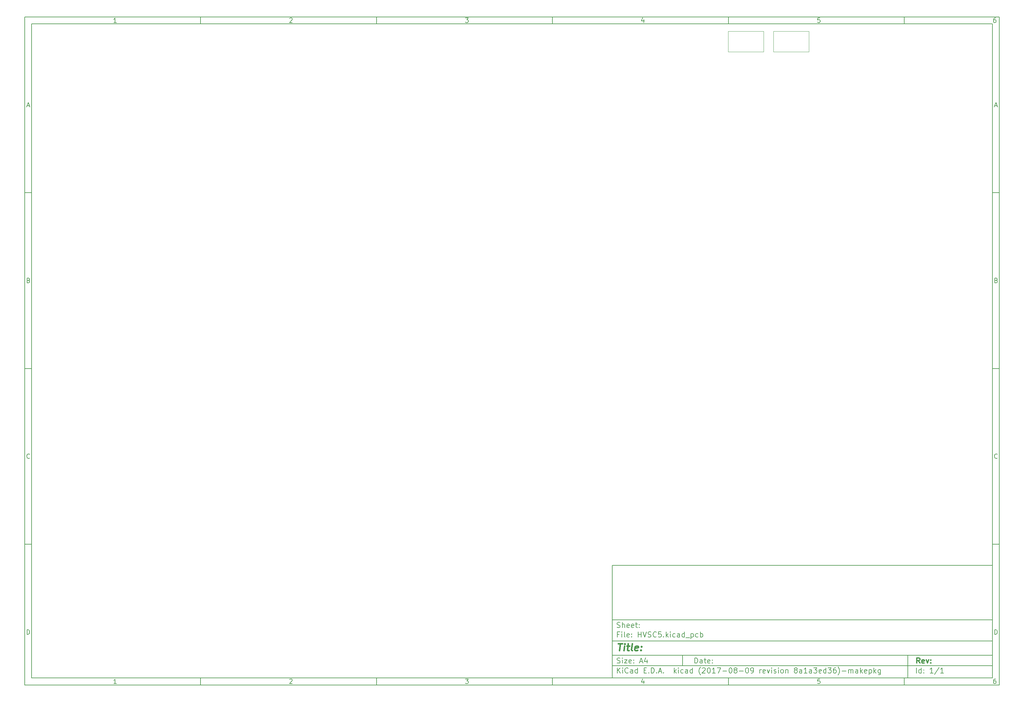
<source format=gbr>
G04 #@! TF.GenerationSoftware,KiCad,Pcbnew,(2017-08-09 revision 8a1a3ed36)-makepkg*
G04 #@! TF.CreationDate,2018-07-19T13:50:02+02:00*
G04 #@! TF.ProjectId,HVSC5,48565343352E6B696361645F70636200,rev?*
G04 #@! TF.SameCoordinates,Original*
G04 #@! TF.FileFunction,Other,User*
%FSLAX46Y46*%
G04 Gerber Fmt 4.6, Leading zero omitted, Abs format (unit mm)*
G04 Created by KiCad (PCBNEW (2017-08-09 revision 8a1a3ed36)-makepkg) date 07/19/18 13:50:02*
%MOMM*%
%LPD*%
G01*
G04 APERTURE LIST*
%ADD10C,0.100000*%
%ADD11C,0.150000*%
%ADD12C,0.300000*%
%ADD13C,0.400000*%
%ADD14C,0.050000*%
G04 APERTURE END LIST*
D10*
D11*
X177002200Y-166007200D02*
X177002200Y-198007200D01*
X285002200Y-198007200D01*
X285002200Y-166007200D01*
X177002200Y-166007200D01*
D10*
D11*
X10000000Y-10000000D02*
X10000000Y-200007200D01*
X287002200Y-200007200D01*
X287002200Y-10000000D01*
X10000000Y-10000000D01*
D10*
D11*
X12000000Y-12000000D02*
X12000000Y-198007200D01*
X285002200Y-198007200D01*
X285002200Y-12000000D01*
X12000000Y-12000000D01*
D10*
D11*
X60000000Y-12000000D02*
X60000000Y-10000000D01*
D10*
D11*
X110000000Y-12000000D02*
X110000000Y-10000000D01*
D10*
D11*
X160000000Y-12000000D02*
X160000000Y-10000000D01*
D10*
D11*
X210000000Y-12000000D02*
X210000000Y-10000000D01*
D10*
D11*
X260000000Y-12000000D02*
X260000000Y-10000000D01*
D10*
D11*
X36065476Y-11588095D02*
X35322619Y-11588095D01*
X35694047Y-11588095D02*
X35694047Y-10288095D01*
X35570238Y-10473809D01*
X35446428Y-10597619D01*
X35322619Y-10659523D01*
D10*
D11*
X85322619Y-10411904D02*
X85384523Y-10350000D01*
X85508333Y-10288095D01*
X85817857Y-10288095D01*
X85941666Y-10350000D01*
X86003571Y-10411904D01*
X86065476Y-10535714D01*
X86065476Y-10659523D01*
X86003571Y-10845238D01*
X85260714Y-11588095D01*
X86065476Y-11588095D01*
D10*
D11*
X135260714Y-10288095D02*
X136065476Y-10288095D01*
X135632142Y-10783333D01*
X135817857Y-10783333D01*
X135941666Y-10845238D01*
X136003571Y-10907142D01*
X136065476Y-11030952D01*
X136065476Y-11340476D01*
X136003571Y-11464285D01*
X135941666Y-11526190D01*
X135817857Y-11588095D01*
X135446428Y-11588095D01*
X135322619Y-11526190D01*
X135260714Y-11464285D01*
D10*
D11*
X185941666Y-10721428D02*
X185941666Y-11588095D01*
X185632142Y-10226190D02*
X185322619Y-11154761D01*
X186127380Y-11154761D01*
D10*
D11*
X236003571Y-10288095D02*
X235384523Y-10288095D01*
X235322619Y-10907142D01*
X235384523Y-10845238D01*
X235508333Y-10783333D01*
X235817857Y-10783333D01*
X235941666Y-10845238D01*
X236003571Y-10907142D01*
X236065476Y-11030952D01*
X236065476Y-11340476D01*
X236003571Y-11464285D01*
X235941666Y-11526190D01*
X235817857Y-11588095D01*
X235508333Y-11588095D01*
X235384523Y-11526190D01*
X235322619Y-11464285D01*
D10*
D11*
X285941666Y-10288095D02*
X285694047Y-10288095D01*
X285570238Y-10350000D01*
X285508333Y-10411904D01*
X285384523Y-10597619D01*
X285322619Y-10845238D01*
X285322619Y-11340476D01*
X285384523Y-11464285D01*
X285446428Y-11526190D01*
X285570238Y-11588095D01*
X285817857Y-11588095D01*
X285941666Y-11526190D01*
X286003571Y-11464285D01*
X286065476Y-11340476D01*
X286065476Y-11030952D01*
X286003571Y-10907142D01*
X285941666Y-10845238D01*
X285817857Y-10783333D01*
X285570238Y-10783333D01*
X285446428Y-10845238D01*
X285384523Y-10907142D01*
X285322619Y-11030952D01*
D10*
D11*
X60000000Y-198007200D02*
X60000000Y-200007200D01*
D10*
D11*
X110000000Y-198007200D02*
X110000000Y-200007200D01*
D10*
D11*
X160000000Y-198007200D02*
X160000000Y-200007200D01*
D10*
D11*
X210000000Y-198007200D02*
X210000000Y-200007200D01*
D10*
D11*
X260000000Y-198007200D02*
X260000000Y-200007200D01*
D10*
D11*
X36065476Y-199595295D02*
X35322619Y-199595295D01*
X35694047Y-199595295D02*
X35694047Y-198295295D01*
X35570238Y-198481009D01*
X35446428Y-198604819D01*
X35322619Y-198666723D01*
D10*
D11*
X85322619Y-198419104D02*
X85384523Y-198357200D01*
X85508333Y-198295295D01*
X85817857Y-198295295D01*
X85941666Y-198357200D01*
X86003571Y-198419104D01*
X86065476Y-198542914D01*
X86065476Y-198666723D01*
X86003571Y-198852438D01*
X85260714Y-199595295D01*
X86065476Y-199595295D01*
D10*
D11*
X135260714Y-198295295D02*
X136065476Y-198295295D01*
X135632142Y-198790533D01*
X135817857Y-198790533D01*
X135941666Y-198852438D01*
X136003571Y-198914342D01*
X136065476Y-199038152D01*
X136065476Y-199347676D01*
X136003571Y-199471485D01*
X135941666Y-199533390D01*
X135817857Y-199595295D01*
X135446428Y-199595295D01*
X135322619Y-199533390D01*
X135260714Y-199471485D01*
D10*
D11*
X185941666Y-198728628D02*
X185941666Y-199595295D01*
X185632142Y-198233390D02*
X185322619Y-199161961D01*
X186127380Y-199161961D01*
D10*
D11*
X236003571Y-198295295D02*
X235384523Y-198295295D01*
X235322619Y-198914342D01*
X235384523Y-198852438D01*
X235508333Y-198790533D01*
X235817857Y-198790533D01*
X235941666Y-198852438D01*
X236003571Y-198914342D01*
X236065476Y-199038152D01*
X236065476Y-199347676D01*
X236003571Y-199471485D01*
X235941666Y-199533390D01*
X235817857Y-199595295D01*
X235508333Y-199595295D01*
X235384523Y-199533390D01*
X235322619Y-199471485D01*
D10*
D11*
X285941666Y-198295295D02*
X285694047Y-198295295D01*
X285570238Y-198357200D01*
X285508333Y-198419104D01*
X285384523Y-198604819D01*
X285322619Y-198852438D01*
X285322619Y-199347676D01*
X285384523Y-199471485D01*
X285446428Y-199533390D01*
X285570238Y-199595295D01*
X285817857Y-199595295D01*
X285941666Y-199533390D01*
X286003571Y-199471485D01*
X286065476Y-199347676D01*
X286065476Y-199038152D01*
X286003571Y-198914342D01*
X285941666Y-198852438D01*
X285817857Y-198790533D01*
X285570238Y-198790533D01*
X285446428Y-198852438D01*
X285384523Y-198914342D01*
X285322619Y-199038152D01*
D10*
D11*
X10000000Y-60000000D02*
X12000000Y-60000000D01*
D10*
D11*
X10000000Y-110000000D02*
X12000000Y-110000000D01*
D10*
D11*
X10000000Y-160000000D02*
X12000000Y-160000000D01*
D10*
D11*
X10690476Y-35216666D02*
X11309523Y-35216666D01*
X10566666Y-35588095D02*
X11000000Y-34288095D01*
X11433333Y-35588095D01*
D10*
D11*
X11092857Y-84907142D02*
X11278571Y-84969047D01*
X11340476Y-85030952D01*
X11402380Y-85154761D01*
X11402380Y-85340476D01*
X11340476Y-85464285D01*
X11278571Y-85526190D01*
X11154761Y-85588095D01*
X10659523Y-85588095D01*
X10659523Y-84288095D01*
X11092857Y-84288095D01*
X11216666Y-84350000D01*
X11278571Y-84411904D01*
X11340476Y-84535714D01*
X11340476Y-84659523D01*
X11278571Y-84783333D01*
X11216666Y-84845238D01*
X11092857Y-84907142D01*
X10659523Y-84907142D01*
D10*
D11*
X11402380Y-135464285D02*
X11340476Y-135526190D01*
X11154761Y-135588095D01*
X11030952Y-135588095D01*
X10845238Y-135526190D01*
X10721428Y-135402380D01*
X10659523Y-135278571D01*
X10597619Y-135030952D01*
X10597619Y-134845238D01*
X10659523Y-134597619D01*
X10721428Y-134473809D01*
X10845238Y-134350000D01*
X11030952Y-134288095D01*
X11154761Y-134288095D01*
X11340476Y-134350000D01*
X11402380Y-134411904D01*
D10*
D11*
X10659523Y-185588095D02*
X10659523Y-184288095D01*
X10969047Y-184288095D01*
X11154761Y-184350000D01*
X11278571Y-184473809D01*
X11340476Y-184597619D01*
X11402380Y-184845238D01*
X11402380Y-185030952D01*
X11340476Y-185278571D01*
X11278571Y-185402380D01*
X11154761Y-185526190D01*
X10969047Y-185588095D01*
X10659523Y-185588095D01*
D10*
D11*
X287002200Y-60000000D02*
X285002200Y-60000000D01*
D10*
D11*
X287002200Y-110000000D02*
X285002200Y-110000000D01*
D10*
D11*
X287002200Y-160000000D02*
X285002200Y-160000000D01*
D10*
D11*
X285692676Y-35216666D02*
X286311723Y-35216666D01*
X285568866Y-35588095D02*
X286002200Y-34288095D01*
X286435533Y-35588095D01*
D10*
D11*
X286095057Y-84907142D02*
X286280771Y-84969047D01*
X286342676Y-85030952D01*
X286404580Y-85154761D01*
X286404580Y-85340476D01*
X286342676Y-85464285D01*
X286280771Y-85526190D01*
X286156961Y-85588095D01*
X285661723Y-85588095D01*
X285661723Y-84288095D01*
X286095057Y-84288095D01*
X286218866Y-84350000D01*
X286280771Y-84411904D01*
X286342676Y-84535714D01*
X286342676Y-84659523D01*
X286280771Y-84783333D01*
X286218866Y-84845238D01*
X286095057Y-84907142D01*
X285661723Y-84907142D01*
D10*
D11*
X286404580Y-135464285D02*
X286342676Y-135526190D01*
X286156961Y-135588095D01*
X286033152Y-135588095D01*
X285847438Y-135526190D01*
X285723628Y-135402380D01*
X285661723Y-135278571D01*
X285599819Y-135030952D01*
X285599819Y-134845238D01*
X285661723Y-134597619D01*
X285723628Y-134473809D01*
X285847438Y-134350000D01*
X286033152Y-134288095D01*
X286156961Y-134288095D01*
X286342676Y-134350000D01*
X286404580Y-134411904D01*
D10*
D11*
X285661723Y-185588095D02*
X285661723Y-184288095D01*
X285971247Y-184288095D01*
X286156961Y-184350000D01*
X286280771Y-184473809D01*
X286342676Y-184597619D01*
X286404580Y-184845238D01*
X286404580Y-185030952D01*
X286342676Y-185278571D01*
X286280771Y-185402380D01*
X286156961Y-185526190D01*
X285971247Y-185588095D01*
X285661723Y-185588095D01*
D10*
D11*
X200434342Y-193785771D02*
X200434342Y-192285771D01*
X200791485Y-192285771D01*
X201005771Y-192357200D01*
X201148628Y-192500057D01*
X201220057Y-192642914D01*
X201291485Y-192928628D01*
X201291485Y-193142914D01*
X201220057Y-193428628D01*
X201148628Y-193571485D01*
X201005771Y-193714342D01*
X200791485Y-193785771D01*
X200434342Y-193785771D01*
X202577200Y-193785771D02*
X202577200Y-193000057D01*
X202505771Y-192857200D01*
X202362914Y-192785771D01*
X202077200Y-192785771D01*
X201934342Y-192857200D01*
X202577200Y-193714342D02*
X202434342Y-193785771D01*
X202077200Y-193785771D01*
X201934342Y-193714342D01*
X201862914Y-193571485D01*
X201862914Y-193428628D01*
X201934342Y-193285771D01*
X202077200Y-193214342D01*
X202434342Y-193214342D01*
X202577200Y-193142914D01*
X203077200Y-192785771D02*
X203648628Y-192785771D01*
X203291485Y-192285771D02*
X203291485Y-193571485D01*
X203362914Y-193714342D01*
X203505771Y-193785771D01*
X203648628Y-193785771D01*
X204720057Y-193714342D02*
X204577200Y-193785771D01*
X204291485Y-193785771D01*
X204148628Y-193714342D01*
X204077200Y-193571485D01*
X204077200Y-193000057D01*
X204148628Y-192857200D01*
X204291485Y-192785771D01*
X204577200Y-192785771D01*
X204720057Y-192857200D01*
X204791485Y-193000057D01*
X204791485Y-193142914D01*
X204077200Y-193285771D01*
X205434342Y-193642914D02*
X205505771Y-193714342D01*
X205434342Y-193785771D01*
X205362914Y-193714342D01*
X205434342Y-193642914D01*
X205434342Y-193785771D01*
X205434342Y-192857200D02*
X205505771Y-192928628D01*
X205434342Y-193000057D01*
X205362914Y-192928628D01*
X205434342Y-192857200D01*
X205434342Y-193000057D01*
D10*
D11*
X177002200Y-194507200D02*
X285002200Y-194507200D01*
D10*
D11*
X178434342Y-196585771D02*
X178434342Y-195085771D01*
X179291485Y-196585771D02*
X178648628Y-195728628D01*
X179291485Y-195085771D02*
X178434342Y-195942914D01*
X179934342Y-196585771D02*
X179934342Y-195585771D01*
X179934342Y-195085771D02*
X179862914Y-195157200D01*
X179934342Y-195228628D01*
X180005771Y-195157200D01*
X179934342Y-195085771D01*
X179934342Y-195228628D01*
X181505771Y-196442914D02*
X181434342Y-196514342D01*
X181220057Y-196585771D01*
X181077200Y-196585771D01*
X180862914Y-196514342D01*
X180720057Y-196371485D01*
X180648628Y-196228628D01*
X180577200Y-195942914D01*
X180577200Y-195728628D01*
X180648628Y-195442914D01*
X180720057Y-195300057D01*
X180862914Y-195157200D01*
X181077200Y-195085771D01*
X181220057Y-195085771D01*
X181434342Y-195157200D01*
X181505771Y-195228628D01*
X182791485Y-196585771D02*
X182791485Y-195800057D01*
X182720057Y-195657200D01*
X182577200Y-195585771D01*
X182291485Y-195585771D01*
X182148628Y-195657200D01*
X182791485Y-196514342D02*
X182648628Y-196585771D01*
X182291485Y-196585771D01*
X182148628Y-196514342D01*
X182077200Y-196371485D01*
X182077200Y-196228628D01*
X182148628Y-196085771D01*
X182291485Y-196014342D01*
X182648628Y-196014342D01*
X182791485Y-195942914D01*
X184148628Y-196585771D02*
X184148628Y-195085771D01*
X184148628Y-196514342D02*
X184005771Y-196585771D01*
X183720057Y-196585771D01*
X183577200Y-196514342D01*
X183505771Y-196442914D01*
X183434342Y-196300057D01*
X183434342Y-195871485D01*
X183505771Y-195728628D01*
X183577200Y-195657200D01*
X183720057Y-195585771D01*
X184005771Y-195585771D01*
X184148628Y-195657200D01*
X186005771Y-195800057D02*
X186505771Y-195800057D01*
X186720057Y-196585771D02*
X186005771Y-196585771D01*
X186005771Y-195085771D01*
X186720057Y-195085771D01*
X187362914Y-196442914D02*
X187434342Y-196514342D01*
X187362914Y-196585771D01*
X187291485Y-196514342D01*
X187362914Y-196442914D01*
X187362914Y-196585771D01*
X188077200Y-196585771D02*
X188077200Y-195085771D01*
X188434342Y-195085771D01*
X188648628Y-195157200D01*
X188791485Y-195300057D01*
X188862914Y-195442914D01*
X188934342Y-195728628D01*
X188934342Y-195942914D01*
X188862914Y-196228628D01*
X188791485Y-196371485D01*
X188648628Y-196514342D01*
X188434342Y-196585771D01*
X188077200Y-196585771D01*
X189577200Y-196442914D02*
X189648628Y-196514342D01*
X189577200Y-196585771D01*
X189505771Y-196514342D01*
X189577200Y-196442914D01*
X189577200Y-196585771D01*
X190220057Y-196157200D02*
X190934342Y-196157200D01*
X190077200Y-196585771D02*
X190577200Y-195085771D01*
X191077200Y-196585771D01*
X191577200Y-196442914D02*
X191648628Y-196514342D01*
X191577200Y-196585771D01*
X191505771Y-196514342D01*
X191577200Y-196442914D01*
X191577200Y-196585771D01*
X194577200Y-196585771D02*
X194577200Y-195085771D01*
X194720057Y-196014342D02*
X195148628Y-196585771D01*
X195148628Y-195585771D02*
X194577200Y-196157200D01*
X195791485Y-196585771D02*
X195791485Y-195585771D01*
X195791485Y-195085771D02*
X195720057Y-195157200D01*
X195791485Y-195228628D01*
X195862914Y-195157200D01*
X195791485Y-195085771D01*
X195791485Y-195228628D01*
X197148628Y-196514342D02*
X197005771Y-196585771D01*
X196720057Y-196585771D01*
X196577200Y-196514342D01*
X196505771Y-196442914D01*
X196434342Y-196300057D01*
X196434342Y-195871485D01*
X196505771Y-195728628D01*
X196577200Y-195657200D01*
X196720057Y-195585771D01*
X197005771Y-195585771D01*
X197148628Y-195657200D01*
X198434342Y-196585771D02*
X198434342Y-195800057D01*
X198362914Y-195657200D01*
X198220057Y-195585771D01*
X197934342Y-195585771D01*
X197791485Y-195657200D01*
X198434342Y-196514342D02*
X198291485Y-196585771D01*
X197934342Y-196585771D01*
X197791485Y-196514342D01*
X197720057Y-196371485D01*
X197720057Y-196228628D01*
X197791485Y-196085771D01*
X197934342Y-196014342D01*
X198291485Y-196014342D01*
X198434342Y-195942914D01*
X199791485Y-196585771D02*
X199791485Y-195085771D01*
X199791485Y-196514342D02*
X199648628Y-196585771D01*
X199362914Y-196585771D01*
X199220057Y-196514342D01*
X199148628Y-196442914D01*
X199077200Y-196300057D01*
X199077200Y-195871485D01*
X199148628Y-195728628D01*
X199220057Y-195657200D01*
X199362914Y-195585771D01*
X199648628Y-195585771D01*
X199791485Y-195657200D01*
X202077200Y-197157200D02*
X202005771Y-197085771D01*
X201862914Y-196871485D01*
X201791485Y-196728628D01*
X201720057Y-196514342D01*
X201648628Y-196157200D01*
X201648628Y-195871485D01*
X201720057Y-195514342D01*
X201791485Y-195300057D01*
X201862914Y-195157200D01*
X202005771Y-194942914D01*
X202077200Y-194871485D01*
X202577200Y-195228628D02*
X202648628Y-195157200D01*
X202791485Y-195085771D01*
X203148628Y-195085771D01*
X203291485Y-195157200D01*
X203362914Y-195228628D01*
X203434342Y-195371485D01*
X203434342Y-195514342D01*
X203362914Y-195728628D01*
X202505771Y-196585771D01*
X203434342Y-196585771D01*
X204362914Y-195085771D02*
X204505771Y-195085771D01*
X204648628Y-195157200D01*
X204720057Y-195228628D01*
X204791485Y-195371485D01*
X204862914Y-195657200D01*
X204862914Y-196014342D01*
X204791485Y-196300057D01*
X204720057Y-196442914D01*
X204648628Y-196514342D01*
X204505771Y-196585771D01*
X204362914Y-196585771D01*
X204220057Y-196514342D01*
X204148628Y-196442914D01*
X204077200Y-196300057D01*
X204005771Y-196014342D01*
X204005771Y-195657200D01*
X204077200Y-195371485D01*
X204148628Y-195228628D01*
X204220057Y-195157200D01*
X204362914Y-195085771D01*
X206291485Y-196585771D02*
X205434342Y-196585771D01*
X205862914Y-196585771D02*
X205862914Y-195085771D01*
X205720057Y-195300057D01*
X205577200Y-195442914D01*
X205434342Y-195514342D01*
X206791485Y-195085771D02*
X207791485Y-195085771D01*
X207148628Y-196585771D01*
X208362914Y-196014342D02*
X209505771Y-196014342D01*
X210505771Y-195085771D02*
X210648628Y-195085771D01*
X210791485Y-195157200D01*
X210862914Y-195228628D01*
X210934342Y-195371485D01*
X211005771Y-195657200D01*
X211005771Y-196014342D01*
X210934342Y-196300057D01*
X210862914Y-196442914D01*
X210791485Y-196514342D01*
X210648628Y-196585771D01*
X210505771Y-196585771D01*
X210362914Y-196514342D01*
X210291485Y-196442914D01*
X210220057Y-196300057D01*
X210148628Y-196014342D01*
X210148628Y-195657200D01*
X210220057Y-195371485D01*
X210291485Y-195228628D01*
X210362914Y-195157200D01*
X210505771Y-195085771D01*
X211862914Y-195728628D02*
X211720057Y-195657200D01*
X211648628Y-195585771D01*
X211577200Y-195442914D01*
X211577200Y-195371485D01*
X211648628Y-195228628D01*
X211720057Y-195157200D01*
X211862914Y-195085771D01*
X212148628Y-195085771D01*
X212291485Y-195157200D01*
X212362914Y-195228628D01*
X212434342Y-195371485D01*
X212434342Y-195442914D01*
X212362914Y-195585771D01*
X212291485Y-195657200D01*
X212148628Y-195728628D01*
X211862914Y-195728628D01*
X211720057Y-195800057D01*
X211648628Y-195871485D01*
X211577200Y-196014342D01*
X211577200Y-196300057D01*
X211648628Y-196442914D01*
X211720057Y-196514342D01*
X211862914Y-196585771D01*
X212148628Y-196585771D01*
X212291485Y-196514342D01*
X212362914Y-196442914D01*
X212434342Y-196300057D01*
X212434342Y-196014342D01*
X212362914Y-195871485D01*
X212291485Y-195800057D01*
X212148628Y-195728628D01*
X213077200Y-196014342D02*
X214220057Y-196014342D01*
X215220057Y-195085771D02*
X215362914Y-195085771D01*
X215505771Y-195157200D01*
X215577200Y-195228628D01*
X215648628Y-195371485D01*
X215720057Y-195657200D01*
X215720057Y-196014342D01*
X215648628Y-196300057D01*
X215577200Y-196442914D01*
X215505771Y-196514342D01*
X215362914Y-196585771D01*
X215220057Y-196585771D01*
X215077200Y-196514342D01*
X215005771Y-196442914D01*
X214934342Y-196300057D01*
X214862914Y-196014342D01*
X214862914Y-195657200D01*
X214934342Y-195371485D01*
X215005771Y-195228628D01*
X215077200Y-195157200D01*
X215220057Y-195085771D01*
X216434342Y-196585771D02*
X216720057Y-196585771D01*
X216862914Y-196514342D01*
X216934342Y-196442914D01*
X217077200Y-196228628D01*
X217148628Y-195942914D01*
X217148628Y-195371485D01*
X217077200Y-195228628D01*
X217005771Y-195157200D01*
X216862914Y-195085771D01*
X216577200Y-195085771D01*
X216434342Y-195157200D01*
X216362914Y-195228628D01*
X216291485Y-195371485D01*
X216291485Y-195728628D01*
X216362914Y-195871485D01*
X216434342Y-195942914D01*
X216577200Y-196014342D01*
X216862914Y-196014342D01*
X217005771Y-195942914D01*
X217077200Y-195871485D01*
X217148628Y-195728628D01*
X218934342Y-196585771D02*
X218934342Y-195585771D01*
X218934342Y-195871485D02*
X219005771Y-195728628D01*
X219077200Y-195657200D01*
X219220057Y-195585771D01*
X219362914Y-195585771D01*
X220434342Y-196514342D02*
X220291485Y-196585771D01*
X220005771Y-196585771D01*
X219862914Y-196514342D01*
X219791485Y-196371485D01*
X219791485Y-195800057D01*
X219862914Y-195657200D01*
X220005771Y-195585771D01*
X220291485Y-195585771D01*
X220434342Y-195657200D01*
X220505771Y-195800057D01*
X220505771Y-195942914D01*
X219791485Y-196085771D01*
X221005771Y-195585771D02*
X221362914Y-196585771D01*
X221720057Y-195585771D01*
X222291485Y-196585771D02*
X222291485Y-195585771D01*
X222291485Y-195085771D02*
X222220057Y-195157200D01*
X222291485Y-195228628D01*
X222362914Y-195157200D01*
X222291485Y-195085771D01*
X222291485Y-195228628D01*
X222934342Y-196514342D02*
X223077200Y-196585771D01*
X223362914Y-196585771D01*
X223505771Y-196514342D01*
X223577200Y-196371485D01*
X223577200Y-196300057D01*
X223505771Y-196157200D01*
X223362914Y-196085771D01*
X223148628Y-196085771D01*
X223005771Y-196014342D01*
X222934342Y-195871485D01*
X222934342Y-195800057D01*
X223005771Y-195657200D01*
X223148628Y-195585771D01*
X223362914Y-195585771D01*
X223505771Y-195657200D01*
X224220057Y-196585771D02*
X224220057Y-195585771D01*
X224220057Y-195085771D02*
X224148628Y-195157200D01*
X224220057Y-195228628D01*
X224291485Y-195157200D01*
X224220057Y-195085771D01*
X224220057Y-195228628D01*
X225148628Y-196585771D02*
X225005771Y-196514342D01*
X224934342Y-196442914D01*
X224862914Y-196300057D01*
X224862914Y-195871485D01*
X224934342Y-195728628D01*
X225005771Y-195657200D01*
X225148628Y-195585771D01*
X225362914Y-195585771D01*
X225505771Y-195657200D01*
X225577200Y-195728628D01*
X225648628Y-195871485D01*
X225648628Y-196300057D01*
X225577200Y-196442914D01*
X225505771Y-196514342D01*
X225362914Y-196585771D01*
X225148628Y-196585771D01*
X226291485Y-195585771D02*
X226291485Y-196585771D01*
X226291485Y-195728628D02*
X226362914Y-195657200D01*
X226505771Y-195585771D01*
X226720057Y-195585771D01*
X226862914Y-195657200D01*
X226934342Y-195800057D01*
X226934342Y-196585771D01*
X229005771Y-195728628D02*
X228862914Y-195657200D01*
X228791485Y-195585771D01*
X228720057Y-195442914D01*
X228720057Y-195371485D01*
X228791485Y-195228628D01*
X228862914Y-195157200D01*
X229005771Y-195085771D01*
X229291485Y-195085771D01*
X229434342Y-195157200D01*
X229505771Y-195228628D01*
X229577200Y-195371485D01*
X229577200Y-195442914D01*
X229505771Y-195585771D01*
X229434342Y-195657200D01*
X229291485Y-195728628D01*
X229005771Y-195728628D01*
X228862914Y-195800057D01*
X228791485Y-195871485D01*
X228720057Y-196014342D01*
X228720057Y-196300057D01*
X228791485Y-196442914D01*
X228862914Y-196514342D01*
X229005771Y-196585771D01*
X229291485Y-196585771D01*
X229434342Y-196514342D01*
X229505771Y-196442914D01*
X229577200Y-196300057D01*
X229577200Y-196014342D01*
X229505771Y-195871485D01*
X229434342Y-195800057D01*
X229291485Y-195728628D01*
X230862914Y-196585771D02*
X230862914Y-195800057D01*
X230791485Y-195657200D01*
X230648628Y-195585771D01*
X230362914Y-195585771D01*
X230220057Y-195657200D01*
X230862914Y-196514342D02*
X230720057Y-196585771D01*
X230362914Y-196585771D01*
X230220057Y-196514342D01*
X230148628Y-196371485D01*
X230148628Y-196228628D01*
X230220057Y-196085771D01*
X230362914Y-196014342D01*
X230720057Y-196014342D01*
X230862914Y-195942914D01*
X232362914Y-196585771D02*
X231505771Y-196585771D01*
X231934342Y-196585771D02*
X231934342Y-195085771D01*
X231791485Y-195300057D01*
X231648628Y-195442914D01*
X231505771Y-195514342D01*
X233648628Y-196585771D02*
X233648628Y-195800057D01*
X233577200Y-195657200D01*
X233434342Y-195585771D01*
X233148628Y-195585771D01*
X233005771Y-195657200D01*
X233648628Y-196514342D02*
X233505771Y-196585771D01*
X233148628Y-196585771D01*
X233005771Y-196514342D01*
X232934342Y-196371485D01*
X232934342Y-196228628D01*
X233005771Y-196085771D01*
X233148628Y-196014342D01*
X233505771Y-196014342D01*
X233648628Y-195942914D01*
X234220057Y-195085771D02*
X235148628Y-195085771D01*
X234648628Y-195657200D01*
X234862914Y-195657200D01*
X235005771Y-195728628D01*
X235077200Y-195800057D01*
X235148628Y-195942914D01*
X235148628Y-196300057D01*
X235077200Y-196442914D01*
X235005771Y-196514342D01*
X234862914Y-196585771D01*
X234434342Y-196585771D01*
X234291485Y-196514342D01*
X234220057Y-196442914D01*
X236362914Y-196514342D02*
X236220057Y-196585771D01*
X235934342Y-196585771D01*
X235791485Y-196514342D01*
X235720057Y-196371485D01*
X235720057Y-195800057D01*
X235791485Y-195657200D01*
X235934342Y-195585771D01*
X236220057Y-195585771D01*
X236362914Y-195657200D01*
X236434342Y-195800057D01*
X236434342Y-195942914D01*
X235720057Y-196085771D01*
X237720057Y-196585771D02*
X237720057Y-195085771D01*
X237720057Y-196514342D02*
X237577200Y-196585771D01*
X237291485Y-196585771D01*
X237148628Y-196514342D01*
X237077200Y-196442914D01*
X237005771Y-196300057D01*
X237005771Y-195871485D01*
X237077200Y-195728628D01*
X237148628Y-195657200D01*
X237291485Y-195585771D01*
X237577200Y-195585771D01*
X237720057Y-195657200D01*
X238291485Y-195085771D02*
X239220057Y-195085771D01*
X238720057Y-195657200D01*
X238934342Y-195657200D01*
X239077200Y-195728628D01*
X239148628Y-195800057D01*
X239220057Y-195942914D01*
X239220057Y-196300057D01*
X239148628Y-196442914D01*
X239077200Y-196514342D01*
X238934342Y-196585771D01*
X238505771Y-196585771D01*
X238362914Y-196514342D01*
X238291485Y-196442914D01*
X240505771Y-195085771D02*
X240220057Y-195085771D01*
X240077200Y-195157200D01*
X240005771Y-195228628D01*
X239862914Y-195442914D01*
X239791485Y-195728628D01*
X239791485Y-196300057D01*
X239862914Y-196442914D01*
X239934342Y-196514342D01*
X240077200Y-196585771D01*
X240362914Y-196585771D01*
X240505771Y-196514342D01*
X240577200Y-196442914D01*
X240648628Y-196300057D01*
X240648628Y-195942914D01*
X240577200Y-195800057D01*
X240505771Y-195728628D01*
X240362914Y-195657200D01*
X240077200Y-195657200D01*
X239934342Y-195728628D01*
X239862914Y-195800057D01*
X239791485Y-195942914D01*
X241148628Y-197157200D02*
X241220057Y-197085771D01*
X241362914Y-196871485D01*
X241434342Y-196728628D01*
X241505771Y-196514342D01*
X241577199Y-196157200D01*
X241577199Y-195871485D01*
X241505771Y-195514342D01*
X241434342Y-195300057D01*
X241362914Y-195157200D01*
X241220057Y-194942914D01*
X241148628Y-194871485D01*
X242291485Y-196014342D02*
X243434342Y-196014342D01*
X244148628Y-196585771D02*
X244148628Y-195585771D01*
X244148628Y-195728628D02*
X244220057Y-195657200D01*
X244362914Y-195585771D01*
X244577199Y-195585771D01*
X244720057Y-195657200D01*
X244791485Y-195800057D01*
X244791485Y-196585771D01*
X244791485Y-195800057D02*
X244862914Y-195657200D01*
X245005771Y-195585771D01*
X245220057Y-195585771D01*
X245362914Y-195657200D01*
X245434342Y-195800057D01*
X245434342Y-196585771D01*
X246791485Y-196585771D02*
X246791485Y-195800057D01*
X246720057Y-195657200D01*
X246577200Y-195585771D01*
X246291485Y-195585771D01*
X246148628Y-195657200D01*
X246791485Y-196514342D02*
X246648628Y-196585771D01*
X246291485Y-196585771D01*
X246148628Y-196514342D01*
X246077200Y-196371485D01*
X246077200Y-196228628D01*
X246148628Y-196085771D01*
X246291485Y-196014342D01*
X246648628Y-196014342D01*
X246791485Y-195942914D01*
X247505771Y-196585771D02*
X247505771Y-195085771D01*
X247648628Y-196014342D02*
X248077200Y-196585771D01*
X248077200Y-195585771D02*
X247505771Y-196157200D01*
X249291485Y-196514342D02*
X249148628Y-196585771D01*
X248862914Y-196585771D01*
X248720057Y-196514342D01*
X248648628Y-196371485D01*
X248648628Y-195800057D01*
X248720057Y-195657200D01*
X248862914Y-195585771D01*
X249148628Y-195585771D01*
X249291485Y-195657200D01*
X249362914Y-195800057D01*
X249362914Y-195942914D01*
X248648628Y-196085771D01*
X250005771Y-195585771D02*
X250005771Y-197085771D01*
X250005771Y-195657200D02*
X250148628Y-195585771D01*
X250434342Y-195585771D01*
X250577200Y-195657200D01*
X250648628Y-195728628D01*
X250720057Y-195871485D01*
X250720057Y-196300057D01*
X250648628Y-196442914D01*
X250577200Y-196514342D01*
X250434342Y-196585771D01*
X250148628Y-196585771D01*
X250005771Y-196514342D01*
X251362914Y-196585771D02*
X251362914Y-195085771D01*
X251505771Y-196014342D02*
X251934342Y-196585771D01*
X251934342Y-195585771D02*
X251362914Y-196157200D01*
X253220057Y-195585771D02*
X253220057Y-196800057D01*
X253148628Y-196942914D01*
X253077199Y-197014342D01*
X252934342Y-197085771D01*
X252720057Y-197085771D01*
X252577199Y-197014342D01*
X253220057Y-196514342D02*
X253077199Y-196585771D01*
X252791485Y-196585771D01*
X252648628Y-196514342D01*
X252577199Y-196442914D01*
X252505771Y-196300057D01*
X252505771Y-195871485D01*
X252577199Y-195728628D01*
X252648628Y-195657200D01*
X252791485Y-195585771D01*
X253077199Y-195585771D01*
X253220057Y-195657200D01*
D10*
D11*
X177002200Y-191507200D02*
X285002200Y-191507200D01*
D10*
D12*
X264411485Y-193785771D02*
X263911485Y-193071485D01*
X263554342Y-193785771D02*
X263554342Y-192285771D01*
X264125771Y-192285771D01*
X264268628Y-192357200D01*
X264340057Y-192428628D01*
X264411485Y-192571485D01*
X264411485Y-192785771D01*
X264340057Y-192928628D01*
X264268628Y-193000057D01*
X264125771Y-193071485D01*
X263554342Y-193071485D01*
X265625771Y-193714342D02*
X265482914Y-193785771D01*
X265197200Y-193785771D01*
X265054342Y-193714342D01*
X264982914Y-193571485D01*
X264982914Y-193000057D01*
X265054342Y-192857200D01*
X265197200Y-192785771D01*
X265482914Y-192785771D01*
X265625771Y-192857200D01*
X265697200Y-193000057D01*
X265697200Y-193142914D01*
X264982914Y-193285771D01*
X266197200Y-192785771D02*
X266554342Y-193785771D01*
X266911485Y-192785771D01*
X267482914Y-193642914D02*
X267554342Y-193714342D01*
X267482914Y-193785771D01*
X267411485Y-193714342D01*
X267482914Y-193642914D01*
X267482914Y-193785771D01*
X267482914Y-192857200D02*
X267554342Y-192928628D01*
X267482914Y-193000057D01*
X267411485Y-192928628D01*
X267482914Y-192857200D01*
X267482914Y-193000057D01*
D10*
D11*
X178362914Y-193714342D02*
X178577200Y-193785771D01*
X178934342Y-193785771D01*
X179077200Y-193714342D01*
X179148628Y-193642914D01*
X179220057Y-193500057D01*
X179220057Y-193357200D01*
X179148628Y-193214342D01*
X179077200Y-193142914D01*
X178934342Y-193071485D01*
X178648628Y-193000057D01*
X178505771Y-192928628D01*
X178434342Y-192857200D01*
X178362914Y-192714342D01*
X178362914Y-192571485D01*
X178434342Y-192428628D01*
X178505771Y-192357200D01*
X178648628Y-192285771D01*
X179005771Y-192285771D01*
X179220057Y-192357200D01*
X179862914Y-193785771D02*
X179862914Y-192785771D01*
X179862914Y-192285771D02*
X179791485Y-192357200D01*
X179862914Y-192428628D01*
X179934342Y-192357200D01*
X179862914Y-192285771D01*
X179862914Y-192428628D01*
X180434342Y-192785771D02*
X181220057Y-192785771D01*
X180434342Y-193785771D01*
X181220057Y-193785771D01*
X182362914Y-193714342D02*
X182220057Y-193785771D01*
X181934342Y-193785771D01*
X181791485Y-193714342D01*
X181720057Y-193571485D01*
X181720057Y-193000057D01*
X181791485Y-192857200D01*
X181934342Y-192785771D01*
X182220057Y-192785771D01*
X182362914Y-192857200D01*
X182434342Y-193000057D01*
X182434342Y-193142914D01*
X181720057Y-193285771D01*
X183077200Y-193642914D02*
X183148628Y-193714342D01*
X183077200Y-193785771D01*
X183005771Y-193714342D01*
X183077200Y-193642914D01*
X183077200Y-193785771D01*
X183077200Y-192857200D02*
X183148628Y-192928628D01*
X183077200Y-193000057D01*
X183005771Y-192928628D01*
X183077200Y-192857200D01*
X183077200Y-193000057D01*
X184862914Y-193357200D02*
X185577200Y-193357200D01*
X184720057Y-193785771D02*
X185220057Y-192285771D01*
X185720057Y-193785771D01*
X186862914Y-192785771D02*
X186862914Y-193785771D01*
X186505771Y-192214342D02*
X186148628Y-193285771D01*
X187077200Y-193285771D01*
D10*
D11*
X263434342Y-196585771D02*
X263434342Y-195085771D01*
X264791485Y-196585771D02*
X264791485Y-195085771D01*
X264791485Y-196514342D02*
X264648628Y-196585771D01*
X264362914Y-196585771D01*
X264220057Y-196514342D01*
X264148628Y-196442914D01*
X264077200Y-196300057D01*
X264077200Y-195871485D01*
X264148628Y-195728628D01*
X264220057Y-195657200D01*
X264362914Y-195585771D01*
X264648628Y-195585771D01*
X264791485Y-195657200D01*
X265505771Y-196442914D02*
X265577200Y-196514342D01*
X265505771Y-196585771D01*
X265434342Y-196514342D01*
X265505771Y-196442914D01*
X265505771Y-196585771D01*
X265505771Y-195657200D02*
X265577200Y-195728628D01*
X265505771Y-195800057D01*
X265434342Y-195728628D01*
X265505771Y-195657200D01*
X265505771Y-195800057D01*
X268148628Y-196585771D02*
X267291485Y-196585771D01*
X267720057Y-196585771D02*
X267720057Y-195085771D01*
X267577200Y-195300057D01*
X267434342Y-195442914D01*
X267291485Y-195514342D01*
X269862914Y-195014342D02*
X268577200Y-196942914D01*
X271148628Y-196585771D02*
X270291485Y-196585771D01*
X270720057Y-196585771D02*
X270720057Y-195085771D01*
X270577200Y-195300057D01*
X270434342Y-195442914D01*
X270291485Y-195514342D01*
D10*
D11*
X177002200Y-187507200D02*
X285002200Y-187507200D01*
D10*
D13*
X178714580Y-188211961D02*
X179857438Y-188211961D01*
X179036009Y-190211961D02*
X179286009Y-188211961D01*
X180274104Y-190211961D02*
X180440771Y-188878628D01*
X180524104Y-188211961D02*
X180416961Y-188307200D01*
X180500295Y-188402438D01*
X180607438Y-188307200D01*
X180524104Y-188211961D01*
X180500295Y-188402438D01*
X181107438Y-188878628D02*
X181869342Y-188878628D01*
X181476485Y-188211961D02*
X181262200Y-189926247D01*
X181333628Y-190116723D01*
X181512200Y-190211961D01*
X181702676Y-190211961D01*
X182655057Y-190211961D02*
X182476485Y-190116723D01*
X182405057Y-189926247D01*
X182619342Y-188211961D01*
X184190771Y-190116723D02*
X183988390Y-190211961D01*
X183607438Y-190211961D01*
X183428866Y-190116723D01*
X183357438Y-189926247D01*
X183452676Y-189164342D01*
X183571723Y-188973866D01*
X183774104Y-188878628D01*
X184155057Y-188878628D01*
X184333628Y-188973866D01*
X184405057Y-189164342D01*
X184381247Y-189354819D01*
X183405057Y-189545295D01*
X185155057Y-190021485D02*
X185238390Y-190116723D01*
X185131247Y-190211961D01*
X185047914Y-190116723D01*
X185155057Y-190021485D01*
X185131247Y-190211961D01*
X185286009Y-188973866D02*
X185369342Y-189069104D01*
X185262200Y-189164342D01*
X185178866Y-189069104D01*
X185286009Y-188973866D01*
X185262200Y-189164342D01*
D10*
D11*
X178934342Y-185600057D02*
X178434342Y-185600057D01*
X178434342Y-186385771D02*
X178434342Y-184885771D01*
X179148628Y-184885771D01*
X179720057Y-186385771D02*
X179720057Y-185385771D01*
X179720057Y-184885771D02*
X179648628Y-184957200D01*
X179720057Y-185028628D01*
X179791485Y-184957200D01*
X179720057Y-184885771D01*
X179720057Y-185028628D01*
X180648628Y-186385771D02*
X180505771Y-186314342D01*
X180434342Y-186171485D01*
X180434342Y-184885771D01*
X181791485Y-186314342D02*
X181648628Y-186385771D01*
X181362914Y-186385771D01*
X181220057Y-186314342D01*
X181148628Y-186171485D01*
X181148628Y-185600057D01*
X181220057Y-185457200D01*
X181362914Y-185385771D01*
X181648628Y-185385771D01*
X181791485Y-185457200D01*
X181862914Y-185600057D01*
X181862914Y-185742914D01*
X181148628Y-185885771D01*
X182505771Y-186242914D02*
X182577200Y-186314342D01*
X182505771Y-186385771D01*
X182434342Y-186314342D01*
X182505771Y-186242914D01*
X182505771Y-186385771D01*
X182505771Y-185457200D02*
X182577200Y-185528628D01*
X182505771Y-185600057D01*
X182434342Y-185528628D01*
X182505771Y-185457200D01*
X182505771Y-185600057D01*
X184362914Y-186385771D02*
X184362914Y-184885771D01*
X184362914Y-185600057D02*
X185220057Y-185600057D01*
X185220057Y-186385771D02*
X185220057Y-184885771D01*
X185720057Y-184885771D02*
X186220057Y-186385771D01*
X186720057Y-184885771D01*
X187148628Y-186314342D02*
X187362914Y-186385771D01*
X187720057Y-186385771D01*
X187862914Y-186314342D01*
X187934342Y-186242914D01*
X188005771Y-186100057D01*
X188005771Y-185957200D01*
X187934342Y-185814342D01*
X187862914Y-185742914D01*
X187720057Y-185671485D01*
X187434342Y-185600057D01*
X187291485Y-185528628D01*
X187220057Y-185457200D01*
X187148628Y-185314342D01*
X187148628Y-185171485D01*
X187220057Y-185028628D01*
X187291485Y-184957200D01*
X187434342Y-184885771D01*
X187791485Y-184885771D01*
X188005771Y-184957200D01*
X189505771Y-186242914D02*
X189434342Y-186314342D01*
X189220057Y-186385771D01*
X189077200Y-186385771D01*
X188862914Y-186314342D01*
X188720057Y-186171485D01*
X188648628Y-186028628D01*
X188577200Y-185742914D01*
X188577200Y-185528628D01*
X188648628Y-185242914D01*
X188720057Y-185100057D01*
X188862914Y-184957200D01*
X189077200Y-184885771D01*
X189220057Y-184885771D01*
X189434342Y-184957200D01*
X189505771Y-185028628D01*
X190862914Y-184885771D02*
X190148628Y-184885771D01*
X190077200Y-185600057D01*
X190148628Y-185528628D01*
X190291485Y-185457200D01*
X190648628Y-185457200D01*
X190791485Y-185528628D01*
X190862914Y-185600057D01*
X190934342Y-185742914D01*
X190934342Y-186100057D01*
X190862914Y-186242914D01*
X190791485Y-186314342D01*
X190648628Y-186385771D01*
X190291485Y-186385771D01*
X190148628Y-186314342D01*
X190077200Y-186242914D01*
X191577200Y-186242914D02*
X191648628Y-186314342D01*
X191577200Y-186385771D01*
X191505771Y-186314342D01*
X191577200Y-186242914D01*
X191577200Y-186385771D01*
X192291485Y-186385771D02*
X192291485Y-184885771D01*
X192434342Y-185814342D02*
X192862914Y-186385771D01*
X192862914Y-185385771D02*
X192291485Y-185957200D01*
X193505771Y-186385771D02*
X193505771Y-185385771D01*
X193505771Y-184885771D02*
X193434342Y-184957200D01*
X193505771Y-185028628D01*
X193577200Y-184957200D01*
X193505771Y-184885771D01*
X193505771Y-185028628D01*
X194862914Y-186314342D02*
X194720057Y-186385771D01*
X194434342Y-186385771D01*
X194291485Y-186314342D01*
X194220057Y-186242914D01*
X194148628Y-186100057D01*
X194148628Y-185671485D01*
X194220057Y-185528628D01*
X194291485Y-185457200D01*
X194434342Y-185385771D01*
X194720057Y-185385771D01*
X194862914Y-185457200D01*
X196148628Y-186385771D02*
X196148628Y-185600057D01*
X196077200Y-185457200D01*
X195934342Y-185385771D01*
X195648628Y-185385771D01*
X195505771Y-185457200D01*
X196148628Y-186314342D02*
X196005771Y-186385771D01*
X195648628Y-186385771D01*
X195505771Y-186314342D01*
X195434342Y-186171485D01*
X195434342Y-186028628D01*
X195505771Y-185885771D01*
X195648628Y-185814342D01*
X196005771Y-185814342D01*
X196148628Y-185742914D01*
X197505771Y-186385771D02*
X197505771Y-184885771D01*
X197505771Y-186314342D02*
X197362914Y-186385771D01*
X197077200Y-186385771D01*
X196934342Y-186314342D01*
X196862914Y-186242914D01*
X196791485Y-186100057D01*
X196791485Y-185671485D01*
X196862914Y-185528628D01*
X196934342Y-185457200D01*
X197077200Y-185385771D01*
X197362914Y-185385771D01*
X197505771Y-185457200D01*
X197862914Y-186528628D02*
X199005771Y-186528628D01*
X199362914Y-185385771D02*
X199362914Y-186885771D01*
X199362914Y-185457200D02*
X199505771Y-185385771D01*
X199791485Y-185385771D01*
X199934342Y-185457200D01*
X200005771Y-185528628D01*
X200077200Y-185671485D01*
X200077200Y-186100057D01*
X200005771Y-186242914D01*
X199934342Y-186314342D01*
X199791485Y-186385771D01*
X199505771Y-186385771D01*
X199362914Y-186314342D01*
X201362914Y-186314342D02*
X201220057Y-186385771D01*
X200934342Y-186385771D01*
X200791485Y-186314342D01*
X200720057Y-186242914D01*
X200648628Y-186100057D01*
X200648628Y-185671485D01*
X200720057Y-185528628D01*
X200791485Y-185457200D01*
X200934342Y-185385771D01*
X201220057Y-185385771D01*
X201362914Y-185457200D01*
X202005771Y-186385771D02*
X202005771Y-184885771D01*
X202005771Y-185457200D02*
X202148628Y-185385771D01*
X202434342Y-185385771D01*
X202577200Y-185457200D01*
X202648628Y-185528628D01*
X202720057Y-185671485D01*
X202720057Y-186100057D01*
X202648628Y-186242914D01*
X202577200Y-186314342D01*
X202434342Y-186385771D01*
X202148628Y-186385771D01*
X202005771Y-186314342D01*
D10*
D11*
X177002200Y-181507200D02*
X285002200Y-181507200D01*
D10*
D11*
X178362914Y-183614342D02*
X178577200Y-183685771D01*
X178934342Y-183685771D01*
X179077200Y-183614342D01*
X179148628Y-183542914D01*
X179220057Y-183400057D01*
X179220057Y-183257200D01*
X179148628Y-183114342D01*
X179077200Y-183042914D01*
X178934342Y-182971485D01*
X178648628Y-182900057D01*
X178505771Y-182828628D01*
X178434342Y-182757200D01*
X178362914Y-182614342D01*
X178362914Y-182471485D01*
X178434342Y-182328628D01*
X178505771Y-182257200D01*
X178648628Y-182185771D01*
X179005771Y-182185771D01*
X179220057Y-182257200D01*
X179862914Y-183685771D02*
X179862914Y-182185771D01*
X180505771Y-183685771D02*
X180505771Y-182900057D01*
X180434342Y-182757200D01*
X180291485Y-182685771D01*
X180077200Y-182685771D01*
X179934342Y-182757200D01*
X179862914Y-182828628D01*
X181791485Y-183614342D02*
X181648628Y-183685771D01*
X181362914Y-183685771D01*
X181220057Y-183614342D01*
X181148628Y-183471485D01*
X181148628Y-182900057D01*
X181220057Y-182757200D01*
X181362914Y-182685771D01*
X181648628Y-182685771D01*
X181791485Y-182757200D01*
X181862914Y-182900057D01*
X181862914Y-183042914D01*
X181148628Y-183185771D01*
X183077200Y-183614342D02*
X182934342Y-183685771D01*
X182648628Y-183685771D01*
X182505771Y-183614342D01*
X182434342Y-183471485D01*
X182434342Y-182900057D01*
X182505771Y-182757200D01*
X182648628Y-182685771D01*
X182934342Y-182685771D01*
X183077200Y-182757200D01*
X183148628Y-182900057D01*
X183148628Y-183042914D01*
X182434342Y-183185771D01*
X183577200Y-182685771D02*
X184148628Y-182685771D01*
X183791485Y-182185771D02*
X183791485Y-183471485D01*
X183862914Y-183614342D01*
X184005771Y-183685771D01*
X184148628Y-183685771D01*
X184648628Y-183542914D02*
X184720057Y-183614342D01*
X184648628Y-183685771D01*
X184577200Y-183614342D01*
X184648628Y-183542914D01*
X184648628Y-183685771D01*
X184648628Y-182757200D02*
X184720057Y-182828628D01*
X184648628Y-182900057D01*
X184577200Y-182828628D01*
X184648628Y-182757200D01*
X184648628Y-182900057D01*
D10*
D11*
X197002200Y-191507200D02*
X197002200Y-194507200D01*
D10*
D11*
X261002200Y-191507200D02*
X261002200Y-198007200D01*
D14*
X232850000Y-14100000D02*
X222750000Y-14100000D01*
X222750000Y-14100000D02*
X222750000Y-19900000D01*
X222750000Y-19900000D02*
X232850000Y-19900000D01*
X232850000Y-19900000D02*
X232850000Y-14100000D01*
X220030000Y-19900000D02*
X220030000Y-14100000D01*
X209930000Y-19900000D02*
X220030000Y-19900000D01*
X209930000Y-14100000D02*
X209930000Y-19900000D01*
X220030000Y-14100000D02*
X209930000Y-14100000D01*
M02*

</source>
